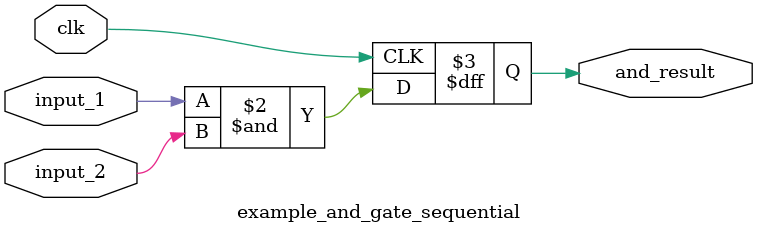
<source format=v>
`timescale 1ns / 1ps


module example_and_gate_sequential(
  input input_1,
  input input_2,
  input clk,
  output and_result
);

always @ (posedge clk)
  begin
    and_result <= input_1 & input_2;
  end
endmodule
</source>
